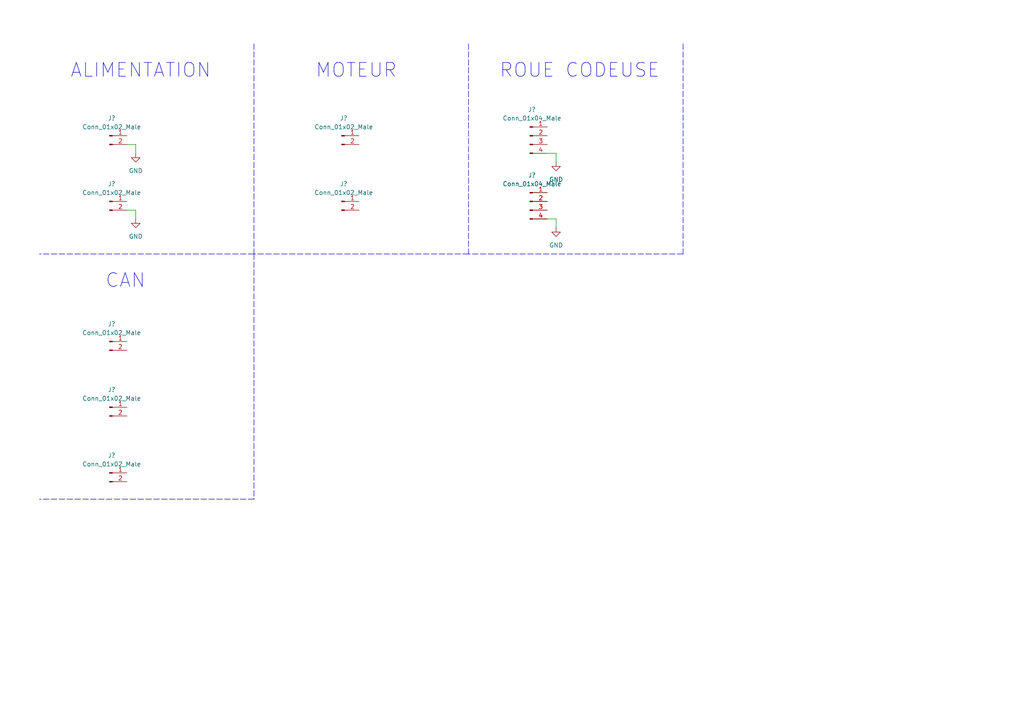
<source format=kicad_sch>
(kicad_sch (version 20211123) (generator eeschema)
  (paper "A4")
  (title_block (rev "0.1") (company "AstroMonkeys"))
  (lib_symbols
    (symbol "Connector:Conn_01x02_Male" (pin_names (offset 1.016) hide)
      (property "Reference" "J" (at 0 2.54 0))
      (property "Value" "Conn_01x02_Male" (at 0 -5.08 0))
      (symbol "Conn_01x02_Male_1_1"
        (polyline (pts (xy 1.27 -2.54) (xy 0.8636 -2.54)) (stroke (width 0.1524)))
        (polyline (pts (xy 1.27 0) (xy 0.8636 0)) (stroke (width 0.1524)))
        (rectangle (start 0.8636 -2.413) (end 0 -2.667) (stroke (width 0.1524)) (fill (type outline)))
        (rectangle (start 0.8636 0.127) (end 0 -0.127) (stroke (width 0.1524)) (fill (type outline)))
        (pin passive line (at 5.08 0 180) (length 3.81) (name "Pin_1") (number "1"))
        (pin passive line (at 5.08 -2.54 180) (length 3.81) (name "Pin_2") (number "2"))
      )
    )
    (symbol "Connector:Conn_01x04_Male" (pin_names (offset 1.016) hide)
      (property "Reference" "J" (at 0 5.08 0))
      (property "Value" "Conn_01x04_Male" (at 0 -7.62 0))
      (symbol "Conn_01x04_Male_1_1"
        (polyline (pts (xy 1.27 -5.08) (xy 0.8636 -5.08)) (stroke (width 0.1524)))
        (polyline (pts (xy 1.27 -2.54) (xy 0.8636 -2.54)) (stroke (width 0.1524)))
        (polyline (pts (xy 1.27 0) (xy 0.8636 0)) (stroke (width 0.1524)))
        (polyline (pts (xy 1.27 2.54) (xy 0.8636 2.54)) (stroke (width 0.1524)))
        (rectangle (start 0.8636 -4.953) (end 0 -5.207) (stroke (width 0.1524)) (fill (type outline)))
        (rectangle (start 0.8636 -2.413) (end 0 -2.667) (stroke (width 0.1524)) (fill (type outline)))
        (rectangle (start 0.8636 0.127) (end 0 -0.127) (stroke (width 0.1524)) (fill (type outline)))
        (rectangle (start 0.8636 2.667) (end 0 2.413) (stroke (width 0.1524)) (fill (type outline)))
        (pin passive line (at 5.08 2.54 180) (length 3.81) (name "Pin_1") (number "1"))
        (pin passive line (at 5.08 0 180) (length 3.81) (name "Pin_2") (number "2"))
        (pin passive line (at 5.08 -2.54 180) (length 3.81) (name "Pin_3") (number "3"))
        (pin passive line (at 5.08 -5.08 180) (length 3.81) (name "Pin_4") (number "4"))
      )
    )
    (symbol "power:GND" (power) (pin_names (offset 0))
      (property "Value" "GND" (at 0 -3.81 0))
      (symbol "GND_0_1"
        (polyline (pts (xy 0 0) (xy 0 -1.27) (xy 1.27 -1.27) (xy 0 -2.54) (xy -1.27 -1.27) (xy 0 -1.27)))
      )
      (symbol "GND_1_1"
        (pin power_in line (at 0 0 270) (length 0) hide (name "GND") (number "1"))
      )
    )
  )
  (wire (pts (xy 161.29 44.45) (xy 161.29 46.99)))
  (polyline (pts (xy 198.12 73.66) (xy 135.89 73.66)))
  (polyline (pts (xy 73.66 73.66) (xy 73.66 144.78)))
  (polyline (pts (xy 198.12 12.7) (xy 198.12 73.66)))
  (polyline (pts (xy 73.66 144.78) (xy 11.43 144.78)))
  (polyline (pts (xy 73.66 12.7) (xy 73.66 73.66)))
  (polyline (pts (xy 73.66 73.66) (xy 11.43 73.66)))
  (wire (pts (xy 39.37 60.96) (xy 39.37 63.5)))
  (wire (pts (xy 39.37 41.91) (xy 39.37 44.45)))
  (wire (pts (xy 36.83 41.91) (xy 39.37 41.91)))
  (wire (pts (xy 36.83 60.96) (xy 39.37 60.96)))
  (polyline (pts (xy 135.89 12.7) (xy 135.89 73.66)))
  (wire (pts (xy 158.75 44.45) (xy 161.29 44.45)))
  (polyline (pts (xy 135.89 73.66) (xy 73.66 73.66)))
  (wire (pts (xy 158.75 63.5) (xy 161.29 63.5)))
  (wire (pts (xy 161.29 63.5) (xy 161.29 66.04)))
  (text "CAN\n" (at 30.48 83.82 180) (effects (font (size 4 4)) (justify left bottom)))
  (text "MOTEUR\n" (at 91.44 22.86 180) (effects (font (size 4 4)) (justify left bottom)))
  (text "ROUE CODEUSE" (at 144.78 22.86 180) (effects (font (size 4 4)) (justify left bottom)))
  (text "ALIMENTATION" (at 20.32 22.86 180) (effects (font (size 4 4)) (justify left bottom)))
  (symbol (lib_id "Connector:Conn_01x02_Male") (at 31.75 118.11 0) (unit 1)
    (property "Reference" "J?" (at 32.385 113.03 0))
    (property "Value" "Conn_01x02_Male" (at 32.385 115.57 0))
    (property "Footprint" "Connector_PinSocket_2.54mm:PinSocket_1x02_P2.54mm_Horizontal" (effects hide))
  )
  (symbol (lib_id "power:GND") (at 39.37 63.5 0) (unit 1)
    (property "Reference" "#PWR?" (effects hide))
    (property "Value" "GND" (at 39.37 68.58 0))
  )
  (symbol (lib_id "Connector:Conn_01x02_Male") (at 31.75 137.16 0) (unit 1)
    (property "Reference" "J?" (at 32.385 132.08 0))
    (property "Value" "Conn_01x02_Male" (at 32.385 134.62 0))
    (property "Footprint" "Connector_PinSocket_2.54mm:PinSocket_1x02_P2.54mm_Horizontal" (effects hide))
  )
  (symbol (lib_id "power:GND") (at 39.37 44.45 0) (unit 1)
    (property "Reference" "#PWR?" (effects hide))
    (property "Value" "GND" (at 39.37 49.53 0))
  )
  (symbol (lib_id "Connector:Conn_01x04_Male") (at 153.67 39.37 0) (unit 1)
    (property "Reference" "J?" (at 154.305 31.75 0))
    (property "Value" "Conn_01x04_Male" (at 154.305 34.29 0))
    (property "Footprint" "Connector_PinHeader_2.54mm:PinHeader_1x04_P2.54mm_Horizontal" (effects hide))
  )
  (symbol (lib_id "power:GND") (at 161.29 66.04 0) (unit 1)
    (property "Reference" "#PWR?" (effects hide))
    (property "Value" "GND" (at 161.29 71.12 0))
  )
  (symbol (lib_id "Connector:Conn_01x04_Male") (at 153.67 58.42 0) (unit 1)
    (property "Reference" "J?" (at 154.305 50.8 0))
    (property "Value" "Conn_01x04_Male" (at 154.305 53.34 0))
    (property "Footprint" "Connector_PinHeader_2.54mm:PinHeader_1x04_P2.54mm_Horizontal" (effects hide))
  )
  (symbol (lib_id "Connector:Conn_01x02_Male") (at 31.75 99.06 0) (unit 1)
    (property "Reference" "J?" (at 32.385 93.98 0))
    (property "Value" "Conn_01x02_Male" (at 32.385 96.52 0))
    (property "Footprint" "Connector_PinSocket_2.54mm:PinSocket_1x02_P2.54mm_Horizontal" (effects hide))
  )
  (symbol (lib_id "Connector:Conn_01x02_Male") (at 31.75 58.42 0) (unit 1)
    (property "Reference" "J?" (at 32.385 53.34 0))
    (property "Value" "Conn_01x02_Male" (at 32.385 55.88 0))
    (property "Footprint" "Connector_Phoenix_MC_HighVoltage:PhoenixContact_MC_1,5_2-G-5.08_1x02_P5.08mm_Horizontal" (effects hide))
  )
  (symbol (lib_id "Connector:Conn_01x02_Male") (at 99.06 39.37 0) (unit 1)
    (property "Reference" "J?" (at 99.695 34.29 0))
    (property "Value" "Conn_01x02_Male" (at 99.695 36.83 0))
    (property "Footprint" "Connector_PinSocket_2.54mm:PinSocket_1x02_P2.54mm_Horizontal" (effects hide))
  )
  (symbol (lib_id "Connector:Conn_01x02_Male") (at 99.06 58.42 0) (unit 1)
    (property "Reference" "J?" (at 99.695 53.34 0))
    (property "Value" "Conn_01x02_Male" (at 99.695 55.88 0))
    (property "Footprint" "Connector_PinSocket_2.54mm:PinSocket_1x02_P2.54mm_Horizontal" (effects hide))
  )
  (symbol (lib_id "power:GND") (at 161.29 46.99 0) (unit 1)
    (property "Reference" "#PWR?" (effects hide))
    (property "Value" "GND" (at 161.29 52.07 0))
  )
  (symbol (lib_id "Connector:Conn_01x02_Male") (at 31.75 39.37 0) (unit 1)
    (property "Reference" "J?" (at 32.385 34.29 0))
    (property "Value" "Conn_01x02_Male" (at 32.385 36.83 0))
    (property "Footprint" "Connector_Phoenix_MC_HighVoltage:PhoenixContact_MC_1,5_2-G-5.08_1x02_P5.08mm_Horizontal" (effects hide))
  )
)
</source>
